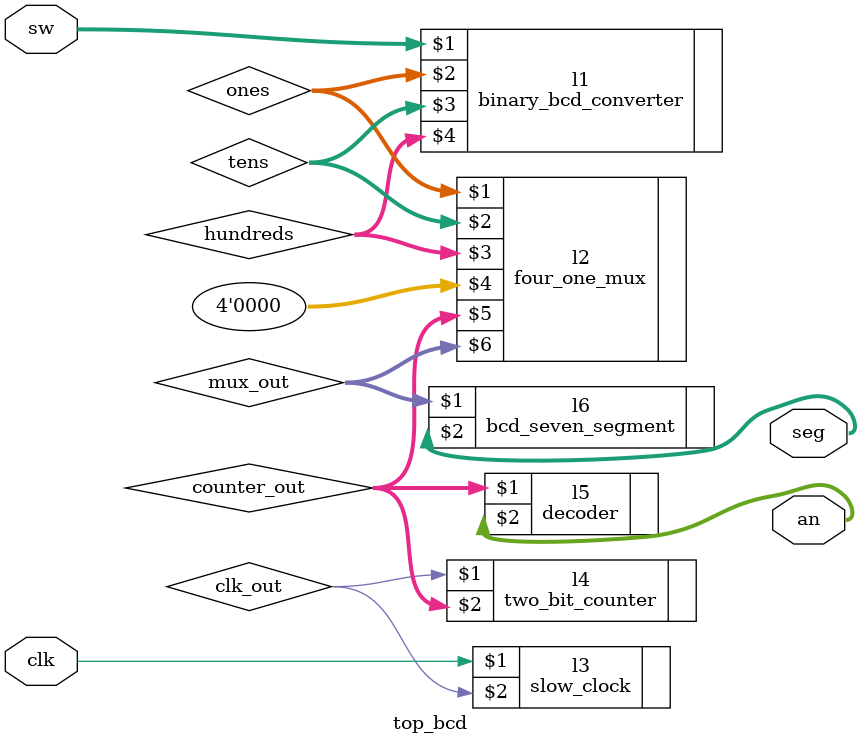
<source format=v>
module top_bcd(
    input [7:0] sw,
    input clk,
    output [3:0] an,
    output [6:0] seg
    );
    
    wire clk_out;
    wire [1:0]counter_out;
    wire [3:0] mux_out;
    wire [3:0]  ones,tens,hundreds;
    parameter  thousands= 4'b000;
    
    
    binary_bcd_converter l1(sw, ones,tens,hundreds);
    four_one_mux l2 (ones,tens,hundreds,thousands,counter_out,mux_out);
    slow_clock l3(clk,clk_out);
    two_bit_counter l4(clk_out,counter_out);
    decoder l5(counter_out,an);
    bcd_seven_segment l6(mux_out,seg);
endmodule

</source>
